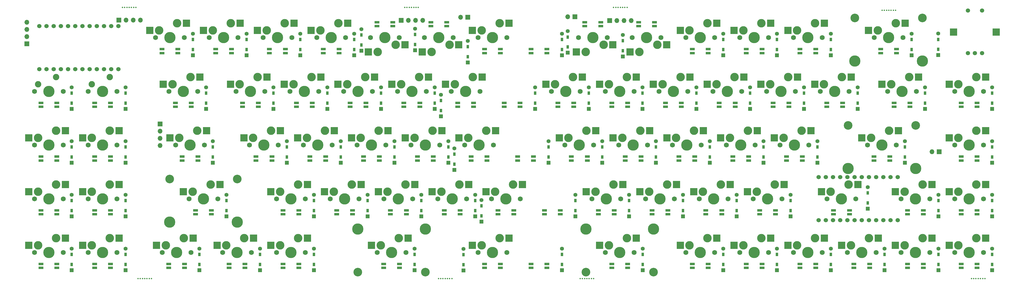
<source format=gbs>
%TF.GenerationSoftware,KiCad,Pcbnew,8.0.8*%
%TF.CreationDate,2025-04-15T18:10:27+09:00*%
%TF.ProjectId,sswkbd_wiring,7373776b-6264-45f7-9769-72696e672e6b,rev?*%
%TF.SameCoordinates,Original*%
%TF.FileFunction,Soldermask,Bot*%
%TF.FilePolarity,Negative*%
%FSLAX46Y46*%
G04 Gerber Fmt 4.6, Leading zero omitted, Abs format (unit mm)*
G04 Created by KiCad (PCBNEW 8.0.8) date 2025-04-15 18:10:27*
%MOMM*%
%LPD*%
G01*
G04 APERTURE LIST*
%ADD10R,1.397000X1.397000*%
%ADD11R,0.950000X1.300000*%
%ADD12C,1.397000*%
%ADD13C,1.750000*%
%ADD14C,3.000000*%
%ADD15C,3.987800*%
%ADD16R,2.550000X2.500000*%
%ADD17C,3.048000*%
%ADD18C,0.500000*%
%ADD19R,1.700000X1.700000*%
%ADD20O,1.700000X1.700000*%
%ADD21C,2.250000*%
%ADD22C,1.524000*%
%ADD23R,1.700000X0.825000*%
%ADD24R,2.500000X2.500000*%
%ADD25C,1.500000*%
G04 APERTURE END LIST*
D10*
%TO.C,D32*%
X366509249Y-98964950D03*
D11*
X366509249Y-96929950D03*
X366509249Y-93379950D03*
D12*
X366509249Y-91344950D03*
%TD*%
D13*
%TO.C,SW13*%
X296333000Y-73760000D03*
D14*
X297603000Y-71220000D03*
D15*
X301413000Y-73760000D03*
D14*
X303953000Y-68680000D03*
D13*
X306493000Y-73760000D03*
D16*
X294328000Y-71220000D03*
X307255000Y-68680000D03*
%TD*%
D10*
%TO.C,D67*%
X86461999Y-156014950D03*
D11*
X86461999Y-153979950D03*
X86461999Y-150429950D03*
D12*
X86461999Y-148394950D03*
%TD*%
D10*
%TO.C,D50*%
X60336999Y-137014950D03*
D11*
X60336999Y-134979950D03*
X60336999Y-131429950D03*
D12*
X60336999Y-129394950D03*
%TD*%
D10*
%TO.C,D73*%
X243034249Y-156014950D03*
D11*
X243034249Y-153979950D03*
X243034249Y-150429950D03*
D12*
X243034249Y-148394950D03*
%TD*%
D10*
%TO.C,D46*%
X304759249Y-117989950D03*
D11*
X304759249Y-115954950D03*
X304759249Y-112404950D03*
D12*
X304759249Y-110369950D03*
%TD*%
D13*
%TO.C,SW6*%
X176071250Y-73760000D03*
D14*
X174801250Y-76300000D03*
D15*
X170991250Y-73760000D03*
D14*
X168451250Y-78840000D03*
D13*
X165911250Y-73760000D03*
D16*
X178076250Y-76300000D03*
X165149250Y-78840000D03*
%TD*%
D10*
%TO.C,D38*%
X155361999Y-117989950D03*
D11*
X155361999Y-115954950D03*
X155361999Y-112404950D03*
D12*
X155361999Y-110369950D03*
%TD*%
D10*
%TO.C,D76*%
X309509249Y-156014950D03*
D11*
X309509249Y-153979950D03*
X309509249Y-150429950D03*
D12*
X309509249Y-148394950D03*
%TD*%
D10*
%TO.C,D74*%
X271509249Y-156014950D03*
D11*
X271509249Y-153979950D03*
X271509249Y-150429950D03*
D12*
X271509249Y-148394950D03*
%TD*%
D10*
%TO.C,D52*%
X126861999Y-137014950D03*
D11*
X126861999Y-134979950D03*
X126861999Y-131429950D03*
D12*
X126861999Y-129394950D03*
%TD*%
D10*
%TO.C,D39*%
X174361999Y-117989950D03*
D11*
X174361999Y-115954950D03*
X174361999Y-112404950D03*
D12*
X174361999Y-110369950D03*
%TD*%
D10*
%TO.C,D15*%
X347491000Y-79958000D03*
D11*
X347491000Y-77923000D03*
X347491000Y-74373000D03*
D12*
X347491000Y-72338000D03*
%TD*%
D10*
%TO.C,D44*%
X266759249Y-117989950D03*
D11*
X266759249Y-115954950D03*
X266759249Y-112404950D03*
D12*
X266759249Y-110369950D03*
%TD*%
D13*
%TO.C,SW50*%
X47160750Y-130760000D03*
D14*
X48430750Y-128220000D03*
D15*
X52240750Y-130760000D03*
D14*
X54780750Y-125680000D03*
D13*
X57320750Y-130760000D03*
D16*
X45155750Y-128220000D03*
X58082750Y-125680000D03*
%TD*%
D13*
%TO.C,SW28*%
X267833000Y-92760000D03*
D14*
X269103000Y-90220000D03*
D15*
X272913000Y-92760000D03*
D14*
X275453000Y-87680000D03*
D13*
X277993000Y-92760000D03*
D16*
X265828000Y-90220000D03*
X278755000Y-87680000D03*
%TD*%
D13*
%TO.C,SW75*%
X277333000Y-149760000D03*
D14*
X278603000Y-147220000D03*
D15*
X282413000Y-149760000D03*
D14*
X284953000Y-144680000D03*
D13*
X287493000Y-149760000D03*
D16*
X275328000Y-147220000D03*
X288255000Y-144680000D03*
%TD*%
D10*
%TO.C,D4*%
X141111999Y-79964950D03*
D11*
X141111999Y-77929950D03*
X141111999Y-74379950D03*
D12*
X141111999Y-72344950D03*
%TD*%
D13*
%TO.C,SW2*%
X89910750Y-73760000D03*
D14*
X91180750Y-71220000D03*
D15*
X94990750Y-73760000D03*
D14*
X97530750Y-68680000D03*
D13*
X100070750Y-73760000D03*
D16*
X87905750Y-71220000D03*
X100832750Y-68680000D03*
%TD*%
D13*
%TO.C,SW22*%
X156410750Y-92760000D03*
D14*
X157680750Y-90220000D03*
D15*
X161490750Y-92760000D03*
D14*
X164030750Y-87680000D03*
D13*
X166570750Y-92760000D03*
D16*
X154405750Y-90220000D03*
X167332750Y-87680000D03*
%TD*%
D10*
%TO.C,D43*%
X247759249Y-117989950D03*
D11*
X247759249Y-115954950D03*
X247759249Y-112404950D03*
D12*
X247759249Y-110369950D03*
%TD*%
D13*
%TO.C,SW53*%
X132660750Y-130760000D03*
D14*
X133930750Y-128220000D03*
D15*
X137740750Y-130760000D03*
D14*
X140280750Y-125680000D03*
D13*
X142820750Y-130760000D03*
D16*
X130655750Y-128220000D03*
X143582750Y-125680000D03*
%TD*%
D13*
%TO.C,SW66*%
X47160750Y-149760000D03*
D14*
X48430750Y-147220000D03*
D15*
X52240750Y-149760000D03*
D14*
X54780750Y-144680000D03*
D13*
X57320750Y-149760000D03*
D16*
X45155750Y-147220000D03*
X58082750Y-144680000D03*
%TD*%
D10*
%TO.C,D41*%
X209759249Y-117989950D03*
D11*
X209759249Y-115954950D03*
X209759249Y-112404950D03*
D12*
X209759249Y-110369950D03*
%TD*%
D10*
%TO.C,D1*%
X84111999Y-79964950D03*
D11*
X84111999Y-77929950D03*
X84111999Y-74379950D03*
D12*
X84111999Y-72344950D03*
%TD*%
D13*
%TO.C,SW18*%
X75660750Y-92760000D03*
D14*
X76930750Y-90220000D03*
D15*
X80740750Y-92760000D03*
D14*
X83280750Y-87680000D03*
D13*
X85820750Y-92760000D03*
D16*
X73655750Y-90220000D03*
X86582750Y-87680000D03*
%TD*%
D13*
%TO.C,SW26*%
X229833000Y-92760000D03*
D14*
X231103000Y-90220000D03*
D15*
X234913000Y-92760000D03*
D14*
X237453000Y-87680000D03*
D13*
X239993000Y-92760000D03*
D16*
X227828000Y-90220000D03*
X240755000Y-87680000D03*
%TD*%
D10*
%TO.C,D11*%
X271509249Y-79964950D03*
D11*
X271509249Y-77929950D03*
X271509249Y-74379950D03*
D12*
X271509249Y-72344950D03*
%TD*%
D13*
%TO.C,SW29*%
X286833000Y-92760000D03*
D14*
X288103000Y-90220000D03*
D15*
X291913000Y-92760000D03*
D14*
X294453000Y-87680000D03*
D13*
X296993000Y-92760000D03*
D16*
X284828000Y-90220000D03*
X297755000Y-87680000D03*
%TD*%
D10*
%TO.C,D51*%
X95961999Y-137014950D03*
D11*
X95961999Y-134979950D03*
X95961999Y-131429950D03*
D12*
X95961999Y-129394950D03*
%TD*%
D13*
%TO.C,SW67*%
X73285750Y-149760000D03*
D14*
X74555750Y-147220000D03*
D15*
X78365750Y-149760000D03*
D14*
X80905750Y-144680000D03*
D13*
X83445750Y-149760000D03*
D16*
X71280750Y-147220000D03*
X84207750Y-144680000D03*
%TD*%
D13*
%TO.C,SW77*%
X315333000Y-149760000D03*
D14*
X316603000Y-147220000D03*
D15*
X320413000Y-149760000D03*
D14*
X322953000Y-144680000D03*
D13*
X325493000Y-149760000D03*
D16*
X313328000Y-147220000D03*
X326255000Y-144680000D03*
%TD*%
D15*
%TO.C,SW73*%
X223000000Y-141505000D03*
D17*
X223000000Y-156745000D03*
D13*
X229858000Y-149760000D03*
D14*
X231128000Y-147220000D03*
D15*
X234938000Y-149760000D03*
D14*
X237478000Y-144680000D03*
D13*
X240018000Y-149760000D03*
D15*
X246876000Y-141505000D03*
D17*
X246876000Y-156745000D03*
D16*
X227853000Y-147220000D03*
X240780000Y-144680000D03*
%TD*%
D13*
%TO.C,SW43*%
X234583000Y-111760000D03*
D14*
X235853000Y-109220000D03*
D15*
X239663000Y-111760000D03*
D14*
X242203000Y-106680000D03*
D13*
X244743000Y-111760000D03*
D16*
X232578000Y-109220000D03*
X245505000Y-106680000D03*
%TD*%
D10*
%TO.C,D59*%
X257259249Y-137014950D03*
D11*
X257259249Y-134979950D03*
X257259249Y-131429950D03*
D12*
X257259249Y-129394950D03*
%TD*%
D10*
%TO.C,D9*%
X216600000Y-79110000D03*
D11*
X216600000Y-77075000D03*
X216600000Y-73525000D03*
D12*
X216600000Y-71490000D03*
%TD*%
D10*
%TO.C,D3*%
X122111999Y-79964950D03*
D11*
X122111999Y-77929950D03*
X122111999Y-74379950D03*
D12*
X122111999Y-72344950D03*
%TD*%
D18*
%TO.C,BT1*%
X69505796Y-158960000D03*
X68714129Y-158960000D03*
X67922463Y-158960000D03*
X67130796Y-158960000D03*
X66339129Y-158960000D03*
X65547463Y-158960000D03*
X64755796Y-158960000D03*
%TD*%
D15*
%TO.C,SW70*%
X142402750Y-141505000D03*
D17*
X142402750Y-156745000D03*
D13*
X149260750Y-149760000D03*
D14*
X150530750Y-147220000D03*
D15*
X154340750Y-149760000D03*
D14*
X156880750Y-144680000D03*
D13*
X159420750Y-149760000D03*
D15*
X166278750Y-141505000D03*
D17*
X166278750Y-156745000D03*
D16*
X147255750Y-147220000D03*
X160182750Y-144680000D03*
%TD*%
D13*
%TO.C,SW68*%
X94660750Y-149760000D03*
D14*
X95930750Y-147220000D03*
D15*
X99740750Y-149760000D03*
D14*
X102280750Y-144680000D03*
D13*
X104820750Y-149760000D03*
D16*
X92655750Y-147220000D03*
X105582750Y-144680000D03*
%TD*%
D10*
%TO.C,D42*%
X228759249Y-117989950D03*
D11*
X228759249Y-115954950D03*
X228759249Y-112404950D03*
D12*
X228759249Y-110369950D03*
%TD*%
D13*
%TO.C,SW23*%
X175410750Y-92760000D03*
D14*
X176680750Y-90220000D03*
D15*
X180490750Y-92760000D03*
D14*
X183030750Y-87680000D03*
D13*
X185570750Y-92760000D03*
D16*
X173405750Y-90220000D03*
X186332750Y-87680000D03*
%TD*%
D13*
%TO.C,SW76*%
X296333000Y-149760000D03*
D14*
X297603000Y-147220000D03*
D15*
X301413000Y-149760000D03*
D14*
X303953000Y-144680000D03*
D13*
X306493000Y-149760000D03*
D16*
X294328000Y-147220000D03*
X307255000Y-144680000D03*
%TD*%
D10*
%TO.C,D64*%
X366509249Y-137014950D03*
D11*
X366509249Y-134979950D03*
X366509249Y-131429950D03*
D12*
X366509249Y-129394950D03*
%TD*%
D10*
%TO.C,D23*%
X171795000Y-101590000D03*
D11*
X171795000Y-99555000D03*
X171795000Y-96005000D03*
D12*
X171795000Y-93970000D03*
%TD*%
D10*
%TO.C,D33*%
X41336999Y-117989950D03*
D11*
X41336999Y-115954950D03*
X41336999Y-112404950D03*
D12*
X41336999Y-110369950D03*
%TD*%
D18*
%TO.C,BT1*%
X363956796Y-158960000D03*
X363165129Y-158960000D03*
X362373463Y-158960000D03*
X361581796Y-158960000D03*
X360790129Y-158960000D03*
X359998463Y-158960000D03*
X359206796Y-158960000D03*
%TD*%
D19*
%TO.C,J4*%
X347775000Y-114100000D03*
D20*
X345235000Y-114100000D03*
%TD*%
D13*
%TO.C,SW10*%
X249493000Y-73760000D03*
D14*
X248223000Y-76300000D03*
D15*
X244413000Y-73760000D03*
D14*
X241873000Y-78840000D03*
D13*
X239333000Y-73760000D03*
D16*
X251498000Y-76300000D03*
X238571000Y-78840000D03*
%TD*%
D13*
%TO.C,SW79*%
X353333000Y-149760000D03*
D14*
X354603000Y-147220000D03*
D15*
X358413000Y-149760000D03*
D14*
X360953000Y-144680000D03*
D13*
X363493000Y-149760000D03*
D16*
X351328000Y-147220000D03*
X364255000Y-144680000D03*
%TD*%
D13*
%TO.C,SW78*%
X334333000Y-149760000D03*
D14*
X335603000Y-147220000D03*
D15*
X339413000Y-149760000D03*
D14*
X341953000Y-144680000D03*
D13*
X344493000Y-149760000D03*
D16*
X332328000Y-147220000D03*
X345255000Y-144680000D03*
%TD*%
D10*
%TO.C,D8*%
X214509249Y-79964950D03*
D11*
X214509249Y-77929950D03*
X214509249Y-74379950D03*
D12*
X214509249Y-72344950D03*
%TD*%
D10*
%TO.C,D45*%
X285759249Y-117989950D03*
D11*
X285759249Y-115954950D03*
X285759249Y-112404950D03*
D12*
X285759249Y-110369950D03*
%TD*%
D10*
%TO.C,D65*%
X41336999Y-156014950D03*
D11*
X41336999Y-153979950D03*
X41336999Y-150429950D03*
D12*
X41336999Y-148394950D03*
%TD*%
D10*
%TO.C,D70*%
X162461999Y-156014950D03*
D11*
X162461999Y-153979950D03*
X162461999Y-150429950D03*
D12*
X162461999Y-148394950D03*
%TD*%
D13*
%TO.C,SW16*%
X28160750Y-92760000D03*
D15*
X33240750Y-92760000D03*
D13*
X38320750Y-92760000D03*
D21*
X29430750Y-90220000D03*
X35780750Y-87680000D03*
%TD*%
D10*
%TO.C,D24*%
X205009249Y-98964950D03*
D11*
X205009249Y-96929950D03*
X205009249Y-93379950D03*
D12*
X205009249Y-91344950D03*
%TD*%
D13*
%TO.C,SW65*%
X28160750Y-149760000D03*
D14*
X29430750Y-147220000D03*
D15*
X33240750Y-149760000D03*
D14*
X35780750Y-144680000D03*
D13*
X38320750Y-149760000D03*
D16*
X26155750Y-147220000D03*
X39082750Y-144680000D03*
%TD*%
D13*
%TO.C,SW58*%
X225083000Y-130760000D03*
D14*
X226353000Y-128220000D03*
D15*
X230163000Y-130760000D03*
D14*
X232703000Y-125680000D03*
D13*
X235243000Y-130760000D03*
D16*
X223078000Y-128220000D03*
X236005000Y-125680000D03*
%TD*%
D10*
%TO.C,D26*%
X243009249Y-98964950D03*
D11*
X243009249Y-96929950D03*
X243009249Y-93379950D03*
D12*
X243009249Y-91344950D03*
%TD*%
D19*
%TO.C,RST*%
X181275000Y-66500000D03*
D20*
X178735000Y-66500000D03*
%TD*%
D18*
%TO.C,BT1*%
X327634404Y-64100000D03*
X328426071Y-64100000D03*
X329217737Y-64100000D03*
X330009404Y-64100000D03*
X330801071Y-64100000D03*
X331592737Y-64100000D03*
X332384404Y-64100000D03*
%TD*%
D10*
%TO.C,D6*%
X162600000Y-78210000D03*
D11*
X162600000Y-76175000D03*
X162600000Y-72625000D03*
D12*
X162600000Y-70590000D03*
%TD*%
D10*
%TO.C,D14*%
X338034249Y-79964950D03*
D11*
X338034249Y-77929950D03*
X338034249Y-74379950D03*
D12*
X338034249Y-72344950D03*
%TD*%
D10*
%TO.C,D12*%
X290509249Y-79964950D03*
D11*
X290509249Y-77929950D03*
X290509249Y-74379950D03*
D12*
X290509249Y-72344950D03*
%TD*%
D13*
%TO.C,SW59*%
X244083000Y-130760000D03*
D14*
X245353000Y-128220000D03*
D15*
X249163000Y-130760000D03*
D14*
X251703000Y-125680000D03*
D13*
X254243000Y-130760000D03*
D16*
X242078000Y-128220000D03*
X255005000Y-125680000D03*
%TD*%
D13*
%TO.C,SW64*%
X353333000Y-130760000D03*
D14*
X354603000Y-128220000D03*
D15*
X358413000Y-130760000D03*
D14*
X360953000Y-125680000D03*
D13*
X363493000Y-130760000D03*
D16*
X351328000Y-128220000D03*
X364255000Y-125680000D03*
%TD*%
D17*
%TO.C,SW14*%
X317975000Y-66775000D03*
D15*
X317975000Y-82015000D03*
D13*
X324833000Y-73760000D03*
D14*
X326103000Y-71220000D03*
D15*
X329913000Y-73760000D03*
D14*
X332453000Y-68680000D03*
D13*
X334993000Y-73760000D03*
D17*
X341851000Y-66775000D03*
D15*
X341851000Y-82015000D03*
D16*
X322828000Y-71220000D03*
X335755000Y-68680000D03*
%TD*%
D19*
%TO.C,USB_PRO_MICRO1*%
X72567800Y-104267000D03*
D20*
X72567800Y-106807000D03*
X72567800Y-109347000D03*
X72567800Y-111887000D03*
%TD*%
D13*
%TO.C,SW63*%
X334333000Y-130760000D03*
D14*
X335603000Y-128220000D03*
D15*
X339413000Y-130760000D03*
D14*
X341953000Y-125680000D03*
D13*
X344493000Y-130760000D03*
D16*
X332328000Y-128220000D03*
X345255000Y-125680000D03*
%TD*%
D10*
%TO.C,D36*%
X117361999Y-117989950D03*
D11*
X117361999Y-115954950D03*
X117361999Y-112404950D03*
D12*
X117361999Y-110369950D03*
%TD*%
D10*
%TO.C,D29*%
X300009249Y-98964950D03*
D11*
X300009249Y-96929950D03*
X300009249Y-93379950D03*
D12*
X300009249Y-91344950D03*
%TD*%
D13*
%TO.C,SW38*%
X142160750Y-111760000D03*
D14*
X143430750Y-109220000D03*
D15*
X147240750Y-111760000D03*
D14*
X149780750Y-106680000D03*
D13*
X152320750Y-111760000D03*
D16*
X140155750Y-109220000D03*
X153082750Y-106680000D03*
%TD*%
D13*
%TO.C,SW69*%
X113660750Y-149760000D03*
D14*
X114930750Y-147220000D03*
D15*
X118740750Y-149760000D03*
D14*
X121280750Y-144680000D03*
D13*
X123820750Y-149760000D03*
D16*
X111655750Y-147220000D03*
X124582750Y-144680000D03*
%TD*%
D10*
%TO.C,D69*%
X126861999Y-156014950D03*
D11*
X126861999Y-153979950D03*
X126861999Y-150429950D03*
D12*
X126861999Y-148394950D03*
%TD*%
D13*
%TO.C,SW60*%
X263083000Y-130760000D03*
D14*
X264353000Y-128220000D03*
D15*
X268163000Y-130760000D03*
D14*
X270703000Y-125680000D03*
D13*
X273243000Y-130760000D03*
D16*
X261078000Y-128220000D03*
X274005000Y-125680000D03*
%TD*%
D13*
%TO.C,SW9*%
X230493000Y-73760000D03*
D14*
X229223000Y-76300000D03*
D15*
X225413000Y-73760000D03*
D14*
X222873000Y-78840000D03*
D13*
X220333000Y-73760000D03*
D16*
X232498000Y-76300000D03*
X219571000Y-78840000D03*
%TD*%
D17*
%TO.C,SW51*%
X75927750Y-123775000D03*
D15*
X75927750Y-139015000D03*
D13*
X82785750Y-130760000D03*
D14*
X84055750Y-128220000D03*
D15*
X87865750Y-130760000D03*
D14*
X90405750Y-125680000D03*
D13*
X92945750Y-130760000D03*
D17*
X99803750Y-123775000D03*
D15*
X99803750Y-139015000D03*
D16*
X80780750Y-128220000D03*
X93707750Y-125680000D03*
%TD*%
D10*
%TO.C,D20*%
X131611999Y-98964950D03*
D11*
X131611999Y-96929950D03*
X131611999Y-93379950D03*
D12*
X131611999Y-91344950D03*
%TD*%
D13*
%TO.C,SW12*%
X277333000Y-73760000D03*
D14*
X278603000Y-71220000D03*
D15*
X282413000Y-73760000D03*
D14*
X284953000Y-68680000D03*
D13*
X287493000Y-73760000D03*
D16*
X275328000Y-71220000D03*
X288255000Y-68680000D03*
%TD*%
D13*
%TO.C,SW49*%
X28160750Y-130760000D03*
D14*
X29430750Y-128220000D03*
D15*
X33240750Y-130760000D03*
D14*
X35780750Y-125680000D03*
D13*
X38320750Y-130760000D03*
D16*
X26155750Y-128220000D03*
X39082750Y-125680000D03*
%TD*%
D10*
%TO.C,D47*%
X335659249Y-117989950D03*
D11*
X335659249Y-115954950D03*
X335659249Y-112404950D03*
D12*
X335659249Y-110369950D03*
%TD*%
D13*
%TO.C,SW27*%
X248833000Y-92760000D03*
D14*
X250103000Y-90220000D03*
D15*
X253913000Y-92760000D03*
D14*
X256453000Y-87680000D03*
D13*
X258993000Y-92760000D03*
D16*
X246828000Y-90220000D03*
X259755000Y-87680000D03*
%TD*%
D13*
%TO.C,SW56*%
X189660750Y-130760000D03*
D14*
X190930750Y-128220000D03*
D15*
X194740750Y-130760000D03*
D14*
X197280750Y-125680000D03*
D13*
X199820750Y-130760000D03*
D16*
X187655750Y-128220000D03*
X200582750Y-125680000D03*
%TD*%
D10*
%TO.C,D62*%
X322550000Y-134260000D03*
D11*
X322550000Y-132225000D03*
X322550000Y-128675000D03*
D12*
X322550000Y-126640000D03*
%TD*%
D13*
%TO.C,SW7*%
X184910750Y-73760000D03*
D14*
X186180750Y-71220000D03*
D15*
X189990750Y-73760000D03*
D14*
X192530750Y-68680000D03*
D13*
X195070750Y-73760000D03*
D16*
X182905750Y-71220000D03*
X195832750Y-68680000D03*
%TD*%
D10*
%TO.C,D48*%
X366509249Y-117989950D03*
D11*
X366509249Y-115954950D03*
X366509249Y-112404950D03*
D12*
X366509249Y-110369950D03*
%TD*%
D13*
%TO.C,SW39*%
X161160750Y-111760000D03*
D14*
X162430750Y-109220000D03*
D15*
X166240750Y-111760000D03*
D14*
X168780750Y-106680000D03*
D13*
X171320750Y-111760000D03*
D16*
X159155750Y-109220000D03*
X172082750Y-106680000D03*
%TD*%
D13*
%TO.C,SW4*%
X127910750Y-73760000D03*
D14*
X129180750Y-71220000D03*
D15*
X132990750Y-73760000D03*
D14*
X135530750Y-68680000D03*
D13*
X138070750Y-73760000D03*
D16*
X125905750Y-71220000D03*
X138832750Y-68680000D03*
%TD*%
D10*
%TO.C,D22*%
X169611999Y-98964950D03*
D11*
X169611999Y-96929950D03*
X169611999Y-93379950D03*
D12*
X169611999Y-91344950D03*
%TD*%
D10*
%TO.C,D16*%
X41336999Y-98964950D03*
D11*
X41336999Y-96929950D03*
X41336999Y-93379950D03*
D12*
X41336999Y-91344950D03*
%TD*%
D17*
%TO.C,SW47*%
X315600000Y-104775000D03*
D15*
X315600000Y-120015000D03*
D13*
X322458000Y-111760000D03*
D14*
X323728000Y-109220000D03*
D15*
X327538000Y-111760000D03*
D14*
X330078000Y-106680000D03*
D13*
X332618000Y-111760000D03*
D17*
X339476000Y-104775000D03*
D15*
X339476000Y-120015000D03*
D16*
X320453000Y-109220000D03*
X333380000Y-106680000D03*
%TD*%
D18*
%TO.C,BT1*%
X175641196Y-158960000D03*
X174849529Y-158960000D03*
X174057863Y-158960000D03*
X173266196Y-158960000D03*
X172474529Y-158960000D03*
X171682863Y-158960000D03*
X170891196Y-158960000D03*
%TD*%
D13*
%TO.C,SW17*%
X47160750Y-92760000D03*
D15*
X52240750Y-92760000D03*
D13*
X57320750Y-92760000D03*
D21*
X48430750Y-90220000D03*
X54780750Y-87680000D03*
%TD*%
D10*
%TO.C,D49*%
X41336999Y-137014950D03*
D11*
X41336999Y-134979950D03*
X41336999Y-131429950D03*
D12*
X41336999Y-129394950D03*
%TD*%
D10*
%TO.C,D25*%
X224009249Y-98964950D03*
D11*
X224009249Y-96929950D03*
X224009249Y-93379950D03*
D12*
X224009249Y-91344950D03*
%TD*%
D10*
%TO.C,D53*%
X145861999Y-137014950D03*
D11*
X145861999Y-134979950D03*
X145861999Y-131429950D03*
D12*
X145861999Y-129394950D03*
%TD*%
D10*
%TO.C,D28*%
X281009249Y-98964950D03*
D11*
X281009249Y-96929950D03*
X281009249Y-93379950D03*
D12*
X281009249Y-91344950D03*
%TD*%
D18*
%TO.C,BT1*%
X225704596Y-158960000D03*
X224912929Y-158960000D03*
X224121263Y-158960000D03*
X223329596Y-158960000D03*
X222537929Y-158960000D03*
X221746263Y-158960000D03*
X220954596Y-158960000D03*
%TD*%
D10*
%TO.C,D7*%
X181255000Y-82565000D03*
D11*
X181255000Y-80530000D03*
X181255000Y-76980000D03*
D12*
X181255000Y-74945000D03*
%TD*%
D10*
%TO.C,D61*%
X295259249Y-137014950D03*
D11*
X295259249Y-134979950D03*
X295259249Y-131429950D03*
D12*
X295259249Y-129394950D03*
%TD*%
D10*
%TO.C,D37*%
X136361999Y-117989950D03*
D11*
X136361999Y-115954950D03*
X136361999Y-112404950D03*
D12*
X136361999Y-110369950D03*
%TD*%
D13*
%TO.C,SW19*%
X99410750Y-92760000D03*
D14*
X100680750Y-90220000D03*
D15*
X104490750Y-92760000D03*
D14*
X107030750Y-87680000D03*
D13*
X109570750Y-92760000D03*
D16*
X97405750Y-90220000D03*
X110332750Y-87680000D03*
%TD*%
D19*
%TO.C,USB_SPLIT_R*%
X231340000Y-67700000D03*
D20*
X233880000Y-67700000D03*
X236420000Y-67700000D03*
X238960000Y-67700000D03*
%TD*%
D10*
%TO.C,D77*%
X328509249Y-156014950D03*
D11*
X328509249Y-153979950D03*
X328509249Y-150429950D03*
D12*
X328509249Y-148394950D03*
%TD*%
D22*
%TO.C,U2*%
X305200000Y-123090000D03*
X307740000Y-123090000D03*
X310280000Y-123090000D03*
X312820000Y-123090000D03*
X315360000Y-123090000D03*
X317900000Y-123090000D03*
X320440000Y-123090000D03*
X322980000Y-123090000D03*
X325520000Y-123090000D03*
X328060000Y-123090000D03*
X330600000Y-123090000D03*
X333140000Y-123090000D03*
X333140000Y-138310000D03*
X330600000Y-138310000D03*
X328060000Y-138310000D03*
X325520000Y-138310000D03*
X322980000Y-138310000D03*
X320440000Y-138310000D03*
X317900000Y-138310000D03*
X315360000Y-138310000D03*
X312820000Y-138310000D03*
X310280000Y-138310000D03*
X307740000Y-138310000D03*
X305200000Y-138310000D03*
%TD*%
D10*
%TO.C,D10*%
X236000000Y-80410000D03*
D11*
X236000000Y-78375000D03*
X236000000Y-74825000D03*
D12*
X236000000Y-72790000D03*
%TD*%
D10*
%TO.C,D57*%
X219259249Y-137014950D03*
D11*
X219259249Y-134979950D03*
X219259249Y-131429950D03*
D12*
X219259249Y-129394950D03*
%TD*%
D13*
%TO.C,SW36*%
X104160750Y-111760000D03*
D14*
X105430750Y-109220000D03*
D15*
X109240750Y-111760000D03*
D14*
X111780750Y-106680000D03*
D13*
X114320750Y-111760000D03*
D16*
X102155750Y-109220000D03*
X115082750Y-106680000D03*
%TD*%
D19*
%TO.C,USB_main1*%
X58017750Y-67535000D03*
D20*
X60557750Y-67535000D03*
X63097750Y-67535000D03*
X65637750Y-67535000D03*
%TD*%
D13*
%TO.C,SW55*%
X170660750Y-130760000D03*
D14*
X171930750Y-128220000D03*
D15*
X175740750Y-130760000D03*
D14*
X178280750Y-125680000D03*
D13*
X180820750Y-130760000D03*
D16*
X168655750Y-128220000D03*
X181582750Y-125680000D03*
%TD*%
D10*
%TO.C,D75*%
X290509249Y-156014950D03*
D11*
X290509249Y-153979950D03*
X290509249Y-150429950D03*
D12*
X290509249Y-148394950D03*
%TD*%
D10*
%TO.C,D56*%
X186040000Y-138830000D03*
D11*
X186040000Y-136795000D03*
X186040000Y-133245000D03*
D12*
X186040000Y-131210000D03*
%TD*%
D13*
%TO.C,SW62*%
X308208000Y-130760000D03*
D14*
X309478000Y-128220000D03*
D15*
X313288000Y-130760000D03*
D14*
X315828000Y-125680000D03*
D13*
X318368000Y-130760000D03*
D16*
X306203000Y-128220000D03*
X319130000Y-125680000D03*
%TD*%
D13*
%TO.C,SW31*%
X329583000Y-92760000D03*
D14*
X330853000Y-90220000D03*
D15*
X334663000Y-92760000D03*
D14*
X337203000Y-87680000D03*
D13*
X339743000Y-92760000D03*
D16*
X327578000Y-90220000D03*
X340505000Y-87680000D03*
%TD*%
D19*
%TO.C,USB_SPLIT_L*%
X157706250Y-67635000D03*
D20*
X160246250Y-67635000D03*
X162786250Y-67635000D03*
X165326250Y-67635000D03*
%TD*%
D19*
%TO.C,OLED*%
X25450750Y-75962370D03*
D20*
X25450750Y-73422370D03*
X25450750Y-70882370D03*
X25450750Y-68342370D03*
%TD*%
D10*
%TO.C,D60*%
X276259249Y-137014950D03*
D11*
X276259249Y-134979950D03*
X276259249Y-131429950D03*
D12*
X276259249Y-129394950D03*
%TD*%
D10*
%TO.C,D5*%
X143637000Y-78356000D03*
D11*
X143637000Y-76321000D03*
X143637000Y-72771000D03*
D12*
X143637000Y-70736000D03*
%TD*%
D13*
%TO.C,SW61*%
X282083000Y-130760000D03*
D14*
X283353000Y-128220000D03*
D15*
X287163000Y-130760000D03*
D14*
X289703000Y-125680000D03*
D13*
X292243000Y-130760000D03*
D16*
X280078000Y-128220000D03*
X293005000Y-125680000D03*
%TD*%
D10*
%TO.C,D35*%
X91211999Y-117989950D03*
D11*
X91211999Y-115954950D03*
X91211999Y-112404950D03*
D12*
X91211999Y-110369950D03*
%TD*%
D13*
%TO.C,SW48*%
X353333000Y-111760000D03*
D14*
X354603000Y-109220000D03*
D15*
X358413000Y-111760000D03*
D14*
X360953000Y-106680000D03*
D13*
X363493000Y-111760000D03*
D16*
X351328000Y-109220000D03*
X364255000Y-106680000D03*
%TD*%
D10*
%TO.C,D21*%
X150611999Y-98964950D03*
D11*
X150611999Y-96929950D03*
X150611999Y-93379950D03*
D12*
X150611999Y-91344950D03*
%TD*%
D13*
%TO.C,SW5*%
X157071250Y-73760000D03*
D14*
X155801250Y-76300000D03*
D15*
X151991250Y-73760000D03*
D14*
X149451250Y-78840000D03*
D13*
X146911250Y-73760000D03*
D16*
X159076250Y-76300000D03*
X146149250Y-78840000D03*
%TD*%
D10*
%TO.C,D13*%
X309509249Y-79964950D03*
D11*
X309509249Y-77929950D03*
X309509249Y-74379950D03*
D12*
X309509249Y-72344950D03*
%TD*%
D13*
%TO.C,SW52*%
X113660750Y-130760000D03*
D14*
X114930750Y-128220000D03*
D15*
X118740750Y-130760000D03*
D14*
X121280750Y-125680000D03*
D13*
X123820750Y-130760000D03*
D16*
X111655750Y-128220000D03*
X124582750Y-125680000D03*
%TD*%
D10*
%TO.C,D18*%
X88836999Y-98964950D03*
D11*
X88836999Y-96929950D03*
X88836999Y-93379950D03*
D12*
X88836999Y-91344950D03*
%TD*%
D13*
%TO.C,SW54*%
X151660750Y-130760000D03*
D14*
X152930750Y-128220000D03*
D15*
X156740750Y-130760000D03*
D14*
X159280750Y-125680000D03*
D13*
X161820750Y-130760000D03*
D16*
X149655750Y-128220000D03*
X162582750Y-125680000D03*
%TD*%
D13*
%TO.C,SW33*%
X28160750Y-111760000D03*
D14*
X29430750Y-109220000D03*
D15*
X33240750Y-111760000D03*
D14*
X35780750Y-106680000D03*
D13*
X38320750Y-111760000D03*
D16*
X26155750Y-109220000D03*
X39082750Y-106680000D03*
%TD*%
D10*
%TO.C,D27*%
X262009249Y-98964950D03*
D11*
X262009249Y-96929950D03*
X262009249Y-93379950D03*
D12*
X262009249Y-91344950D03*
%TD*%
D13*
%TO.C,SW37*%
X123160750Y-111760000D03*
D14*
X124430750Y-109220000D03*
D15*
X128240750Y-111760000D03*
D14*
X130780750Y-106680000D03*
D13*
X133320750Y-111760000D03*
D16*
X121155750Y-109220000D03*
X134082750Y-106680000D03*
%TD*%
D13*
%TO.C,SW1*%
X70910750Y-73760000D03*
D14*
X72180750Y-71220000D03*
D15*
X75990750Y-73760000D03*
D14*
X78530750Y-68680000D03*
D13*
X81070750Y-73760000D03*
D16*
X68905750Y-71220000D03*
X81832750Y-68680000D03*
%TD*%
D10*
%TO.C,D55*%
X183861999Y-137014950D03*
D11*
X183861999Y-134979950D03*
X183861999Y-131429950D03*
D12*
X183861999Y-129394950D03*
%TD*%
D13*
%TO.C,SW30*%
X305833000Y-92760000D03*
D14*
X307103000Y-90220000D03*
D15*
X310913000Y-92760000D03*
D14*
X313453000Y-87680000D03*
D13*
X315993000Y-92760000D03*
D16*
X303828000Y-90220000D03*
X316755000Y-87680000D03*
%TD*%
D10*
%TO.C,D54*%
X164861999Y-137014950D03*
D11*
X164861999Y-134979950D03*
X164861999Y-131429950D03*
D12*
X164861999Y-129394950D03*
%TD*%
D13*
%TO.C,SW32*%
X353333000Y-92760000D03*
D14*
X354603000Y-90220000D03*
D15*
X358413000Y-92760000D03*
D14*
X360953000Y-87680000D03*
D13*
X363493000Y-92760000D03*
D16*
X351328000Y-90220000D03*
X364255000Y-87680000D03*
%TD*%
D18*
%TO.C,BT1*%
X158997004Y-63100000D03*
X159788671Y-63100000D03*
X160580337Y-63100000D03*
X161372004Y-63100000D03*
X162163671Y-63100000D03*
X162955337Y-63100000D03*
X163747004Y-63100000D03*
%TD*%
D13*
%TO.C,SW71*%
X184910750Y-149760000D03*
D14*
X186180750Y-147220000D03*
D15*
X189990750Y-149760000D03*
D14*
X192530750Y-144680000D03*
D13*
X195070750Y-149760000D03*
D16*
X182905750Y-147220000D03*
X195832750Y-144680000D03*
%TD*%
D13*
%TO.C,SW11*%
X258333000Y-73760000D03*
D14*
X259603000Y-71220000D03*
D15*
X263413000Y-73760000D03*
D14*
X265953000Y-68680000D03*
D13*
X268493000Y-73760000D03*
D16*
X256328000Y-71220000D03*
X269255000Y-68680000D03*
%TD*%
D13*
%TO.C,SW21*%
X137410750Y-92760000D03*
D14*
X138680750Y-90220000D03*
D15*
X142490750Y-92760000D03*
D14*
X145030750Y-87680000D03*
D13*
X147570750Y-92760000D03*
D16*
X135405750Y-90220000D03*
X148332750Y-87680000D03*
%TD*%
D10*
%TO.C,D2*%
X103111999Y-79964950D03*
D11*
X103111999Y-77929950D03*
X103111999Y-74379950D03*
D12*
X103111999Y-72344950D03*
%TD*%
D13*
%TO.C,SW25*%
X210833000Y-92760000D03*
D14*
X212103000Y-90220000D03*
D15*
X215913000Y-92760000D03*
D14*
X218453000Y-87680000D03*
D13*
X220993000Y-92760000D03*
D16*
X208828000Y-90220000D03*
X221755000Y-87680000D03*
%TD*%
D10*
%TO.C,D79*%
X366509249Y-156014950D03*
D11*
X366509249Y-153979950D03*
X366509249Y-150429950D03*
D12*
X366509249Y-148394950D03*
%TD*%
D13*
%TO.C,SW40*%
X180160750Y-111760000D03*
D14*
X181430750Y-109220000D03*
D15*
X185240750Y-111760000D03*
D14*
X187780750Y-106680000D03*
D13*
X190320750Y-111760000D03*
D16*
X178155750Y-109220000D03*
X191082750Y-106680000D03*
%TD*%
D19*
%TO.C,RST*%
X219075000Y-66400000D03*
D20*
X216535000Y-66400000D03*
%TD*%
D10*
%TO.C,D78*%
X347509249Y-156014950D03*
D11*
X347509249Y-153979950D03*
X347509249Y-150429950D03*
D12*
X347509249Y-148394950D03*
%TD*%
D13*
%TO.C,SW20*%
X118410750Y-92760000D03*
D14*
X119680750Y-90220000D03*
D15*
X123490750Y-92760000D03*
D14*
X126030750Y-87680000D03*
D13*
X128570750Y-92760000D03*
D16*
X116405750Y-90220000D03*
X129332750Y-87680000D03*
%TD*%
D13*
%TO.C,SW35*%
X78035750Y-111760000D03*
D14*
X79305750Y-109220000D03*
D15*
X83115750Y-111760000D03*
D14*
X85655750Y-106680000D03*
D13*
X88195750Y-111760000D03*
D16*
X76030750Y-109220000D03*
X88957750Y-106680000D03*
%TD*%
D22*
%TO.C,U1*%
X57847000Y-84908600D03*
X55307000Y-84908600D03*
X52767000Y-84908600D03*
X50227000Y-84908600D03*
X47687000Y-84908600D03*
X45147000Y-84908600D03*
X42607000Y-84908600D03*
X40067000Y-84908600D03*
X37527000Y-84908600D03*
X34987000Y-84908600D03*
X32447000Y-84908600D03*
X29907000Y-84908600D03*
X29907000Y-69688600D03*
X32447000Y-69688600D03*
X34987000Y-69688600D03*
X37527000Y-69688600D03*
X40067000Y-69688600D03*
X42607000Y-69688600D03*
X45147000Y-69688600D03*
X47687000Y-69688600D03*
X50227000Y-69688600D03*
X52767000Y-69688600D03*
X55307000Y-69688600D03*
X57847000Y-69688600D03*
%TD*%
D18*
%TO.C,BT1*%
X59247004Y-63100000D03*
X60038671Y-63100000D03*
X60830337Y-63100000D03*
X61622004Y-63100000D03*
X62413671Y-63100000D03*
X63205337Y-63100000D03*
X63997004Y-63100000D03*
%TD*%
D13*
%TO.C,SW34*%
X47160750Y-111760000D03*
D14*
X48430750Y-109220000D03*
D15*
X52240750Y-111760000D03*
D14*
X54780750Y-106680000D03*
D13*
X57320750Y-111760000D03*
D16*
X45155750Y-109220000D03*
X58082750Y-106680000D03*
%TD*%
D10*
%TO.C,D34*%
X60336999Y-117989950D03*
D11*
X60336999Y-115954950D03*
X60336999Y-112404950D03*
D12*
X60336999Y-110369950D03*
%TD*%
D10*
%TO.C,D71*%
X179695000Y-156115000D03*
D11*
X179695000Y-154080000D03*
X179695000Y-150530000D03*
D12*
X179695000Y-148495000D03*
%TD*%
D13*
%TO.C,SW44*%
X253583000Y-111760000D03*
D14*
X254853000Y-109220000D03*
D15*
X258663000Y-111760000D03*
D14*
X261203000Y-106680000D03*
D13*
X263743000Y-111760000D03*
D16*
X251578000Y-109220000D03*
X264505000Y-106680000D03*
%TD*%
D10*
%TO.C,D58*%
X238259249Y-137014950D03*
D11*
X238259249Y-134979950D03*
X238259249Y-131429950D03*
D12*
X238259249Y-129394950D03*
%TD*%
D13*
%TO.C,SW74*%
X258333000Y-149760000D03*
D14*
X259603000Y-147220000D03*
D15*
X263413000Y-149760000D03*
D14*
X265953000Y-144680000D03*
D13*
X268493000Y-149760000D03*
D16*
X256328000Y-147220000D03*
X269255000Y-144680000D03*
%TD*%
D13*
%TO.C,SW42*%
X215583000Y-111760000D03*
D14*
X216853000Y-109220000D03*
D15*
X220663000Y-111760000D03*
D14*
X223203000Y-106680000D03*
D13*
X225743000Y-111760000D03*
D16*
X213578000Y-109220000D03*
X226505000Y-106680000D03*
%TD*%
D10*
%TO.C,D31*%
X342784249Y-98964950D03*
D11*
X342784249Y-96929950D03*
X342784249Y-93379950D03*
D12*
X342784249Y-91344950D03*
%TD*%
D13*
%TO.C,SW3*%
X108910750Y-73760000D03*
D14*
X110180750Y-71220000D03*
D15*
X113990750Y-73760000D03*
D14*
X116530750Y-68680000D03*
D13*
X119070750Y-73760000D03*
D16*
X106905750Y-71220000D03*
X119832750Y-68680000D03*
%TD*%
D10*
%TO.C,D68*%
X107861999Y-156014950D03*
D11*
X107861999Y-153979950D03*
X107861999Y-150429950D03*
D12*
X107861999Y-148394950D03*
%TD*%
D10*
%TO.C,D19*%
X112611999Y-98964950D03*
D11*
X112611999Y-96929950D03*
X112611999Y-93379950D03*
D12*
X112611999Y-91344950D03*
%TD*%
D10*
%TO.C,D17*%
X60336999Y-98964950D03*
D11*
X60336999Y-96929950D03*
X60336999Y-93379950D03*
D12*
X60336999Y-91344950D03*
%TD*%
D18*
%TO.C,BT1*%
X232775004Y-63100000D03*
X233566671Y-63100000D03*
X234358337Y-63100000D03*
X235150004Y-63100000D03*
X235941671Y-63100000D03*
X236733337Y-63100000D03*
X237525004Y-63100000D03*
%TD*%
D10*
%TO.C,D72*%
X214509249Y-156014950D03*
D11*
X214509249Y-153979950D03*
X214509249Y-150429950D03*
D12*
X214509249Y-148394950D03*
%TD*%
D13*
%TO.C,SW45*%
X272583000Y-111760000D03*
D14*
X273853000Y-109220000D03*
D15*
X277663000Y-111760000D03*
D14*
X280203000Y-106680000D03*
D13*
X282743000Y-111760000D03*
D16*
X270578000Y-109220000D03*
X283505000Y-106680000D03*
%TD*%
D10*
%TO.C,D30*%
X319009249Y-98964950D03*
D11*
X319009249Y-96929950D03*
X319009249Y-93379950D03*
D12*
X319009249Y-91344950D03*
%TD*%
D10*
%TO.C,D63*%
X347509249Y-137014950D03*
D11*
X347509249Y-134979950D03*
X347509249Y-131429950D03*
D12*
X347509249Y-129394950D03*
%TD*%
D13*
%TO.C,SW46*%
X291583000Y-111760000D03*
D14*
X292853000Y-109220000D03*
D15*
X296663000Y-111760000D03*
D14*
X299203000Y-106680000D03*
D13*
X301743000Y-111760000D03*
D16*
X289578000Y-109220000D03*
X302505000Y-106680000D03*
%TD*%
D10*
%TO.C,D40*%
X176525000Y-120560000D03*
D11*
X176525000Y-118525000D03*
X176525000Y-114975000D03*
D12*
X176525000Y-112940000D03*
%TD*%
D23*
%TO.C,LED77*%
X208363000Y-134822999D03*
X208363000Y-136223000D03*
X213963000Y-136223001D03*
X213963000Y-134823000D03*
%TD*%
%TO.C,LED3*%
X30440750Y-134822999D03*
X30440750Y-136223000D03*
X36040750Y-136223001D03*
X36040750Y-134823000D03*
%TD*%
%TO.C,LED27*%
X144440750Y-115822999D03*
X144440750Y-117223000D03*
X150040750Y-117223001D03*
X150040750Y-115823000D03*
%TD*%
%TO.C,LED70*%
X227363000Y-134822999D03*
X227363000Y-136223000D03*
X232963000Y-136223001D03*
X232963000Y-134823000D03*
%TD*%
%TO.C,LED7*%
X49440750Y-115822999D03*
X49440750Y-117223000D03*
X55040750Y-117223001D03*
X55040750Y-115823000D03*
%TD*%
%TO.C,LED32*%
X172940750Y-134822999D03*
X172940750Y-136223000D03*
X178540750Y-136223001D03*
X178540750Y-134823000D03*
%TD*%
%TO.C,LED38*%
X187190750Y-77822999D03*
X187190750Y-79223000D03*
X192790750Y-79223001D03*
X192790750Y-77823000D03*
%TD*%
%TO.C,LED13*%
X75565750Y-153822999D03*
X75565750Y-155223000D03*
X81165750Y-155223001D03*
X81165750Y-153823000D03*
%TD*%
%TO.C,LED30*%
X158690750Y-96822999D03*
X158690750Y-98223000D03*
X164290750Y-98223001D03*
X164290750Y-96823000D03*
%TD*%
%TO.C,LED28*%
X130190750Y-77822999D03*
X130190750Y-79223000D03*
X135790750Y-79223001D03*
X135790750Y-77823000D03*
%TD*%
%TO.C,LED71*%
X232138000Y-153822999D03*
X232138000Y-155223000D03*
X237738000Y-155223001D03*
X237738000Y-153823000D03*
%TD*%
%TO.C,LED35*%
X177690750Y-96822999D03*
X177690750Y-98223000D03*
X183290750Y-98223001D03*
X183290750Y-96823000D03*
%TD*%
%TO.C,LED29*%
X154791250Y-69697001D03*
X154791250Y-68297000D03*
X149191250Y-68296999D03*
X149191250Y-69697000D03*
%TD*%
%TO.C,LED58*%
X260613000Y-77822999D03*
X260613000Y-79223000D03*
X266213000Y-79223001D03*
X266213000Y-77823000D03*
%TD*%
%TO.C,LED11*%
X80315750Y-115822999D03*
X80315750Y-117223000D03*
X85915750Y-117223001D03*
X85915750Y-115823000D03*
%TD*%
%TO.C,LED52*%
X298613000Y-153822999D03*
X298613000Y-155223000D03*
X304213000Y-155223001D03*
X304213000Y-153823000D03*
%TD*%
%TO.C,LED60*%
X274863000Y-115822999D03*
X274863000Y-117223000D03*
X280463000Y-117223001D03*
X280463000Y-115823000D03*
%TD*%
%TO.C,LED76*%
X198863000Y-115822999D03*
X198863000Y-117223000D03*
X204463000Y-117223001D03*
X204463000Y-115823000D03*
%TD*%
%TO.C,LED46*%
X331863000Y-96822999D03*
X331863000Y-98223000D03*
X337463000Y-98223001D03*
X337463000Y-96823000D03*
%TD*%
%TO.C,LED37*%
X173791250Y-69697001D03*
X173791250Y-68297000D03*
X168191250Y-68296999D03*
X168191250Y-69697000D03*
%TD*%
%TO.C,LED68*%
X232113000Y-96822999D03*
X232113000Y-98223000D03*
X237713000Y-98223001D03*
X237713000Y-96823000D03*
%TD*%
%TO.C,LED45*%
X324738000Y-115822999D03*
X324738000Y-117223000D03*
X330338000Y-117223001D03*
X330338000Y-115823000D03*
%TD*%
%TO.C,LED50*%
X310488000Y-134822999D03*
X310488000Y-136223000D03*
X316088000Y-136223001D03*
X316088000Y-134823000D03*
%TD*%
%TO.C,LED14*%
X96940750Y-153822999D03*
X96940750Y-155223000D03*
X102540750Y-155223001D03*
X102540750Y-153823000D03*
%TD*%
%TO.C,LED1*%
X30440750Y-96822999D03*
X30440750Y-98223000D03*
X36040750Y-98223001D03*
X36040750Y-96823000D03*
%TD*%
%TO.C,LED62*%
X260613000Y-153822999D03*
X260613000Y-155223000D03*
X266213000Y-155223001D03*
X266213000Y-153823000D03*
%TD*%
%TO.C,LED69*%
X236863000Y-115822999D03*
X236863000Y-117223000D03*
X242463000Y-117223001D03*
X242463000Y-115823000D03*
%TD*%
%TO.C,LED64*%
X255863000Y-115822999D03*
X255863000Y-117223000D03*
X261463000Y-117223001D03*
X261463000Y-115823000D03*
%TD*%
%TO.C,LED18*%
X101690750Y-96822999D03*
X101690750Y-98223000D03*
X107290750Y-98223001D03*
X107290750Y-96823000D03*
%TD*%
%TO.C,LED74*%
X203613000Y-77822999D03*
X203613000Y-79223000D03*
X209213000Y-79223001D03*
X209213000Y-77823000D03*
%TD*%
%TO.C,LED24*%
X151540750Y-153822999D03*
X151540750Y-155223000D03*
X157140750Y-155223001D03*
X157140750Y-153823000D03*
%TD*%
%TO.C,LED63*%
X246363000Y-134822999D03*
X246363000Y-136223000D03*
X251963000Y-136223001D03*
X251963000Y-134823000D03*
%TD*%
%TO.C,LED61*%
X265363000Y-134822999D03*
X265363000Y-136223000D03*
X270963000Y-136223001D03*
X270963000Y-134823000D03*
%TD*%
%TO.C,LED2*%
X30440750Y-115822999D03*
X30440750Y-117223000D03*
X36040750Y-117223001D03*
X36040750Y-115823000D03*
%TD*%
%TO.C,LED20*%
X111190750Y-77822999D03*
X111190750Y-79223000D03*
X116790750Y-79223001D03*
X116790750Y-77823000D03*
%TD*%
%TO.C,LED19*%
X92190750Y-77822999D03*
X92190750Y-79223000D03*
X97790750Y-79223001D03*
X97790750Y-77823000D03*
%TD*%
%TO.C,LED41*%
X355613000Y-134822999D03*
X355613000Y-136223000D03*
X361213000Y-136223001D03*
X361213000Y-134823000D03*
%TD*%
%TO.C,LED33*%
X187190750Y-153822999D03*
X187190750Y-155223000D03*
X192790750Y-155223001D03*
X192790750Y-153823000D03*
%TD*%
%TO.C,LED59*%
X270113000Y-96822999D03*
X270113000Y-98223000D03*
X275713000Y-98223001D03*
X275713000Y-96823000D03*
%TD*%
%TO.C,LED72*%
X217863000Y-115822999D03*
X217863000Y-117223000D03*
X223463000Y-117223001D03*
X223463000Y-115823000D03*
%TD*%
%TO.C,LED57*%
X279613000Y-77822999D03*
X279613000Y-79223000D03*
X285213000Y-79223001D03*
X285213000Y-77823000D03*
%TD*%
%TO.C,LED47*%
X327113000Y-77822999D03*
X327113000Y-79223000D03*
X332713000Y-79223001D03*
X332713000Y-77823000D03*
%TD*%
%TO.C,LED48*%
X298613000Y-77822999D03*
X298613000Y-79223000D03*
X304213000Y-79223001D03*
X304213000Y-77823000D03*
%TD*%
%TO.C,LED22*%
X125440750Y-115822999D03*
X125440750Y-117223000D03*
X131040750Y-117223001D03*
X131040750Y-115823000D03*
%TD*%
D10*
%TO.C,D66*%
X60336999Y-156014950D03*
D11*
X60336999Y-153979950D03*
X60336999Y-150429950D03*
D12*
X60336999Y-148394950D03*
%TD*%
D23*
%TO.C,LED73*%
X213113000Y-96822999D03*
X213113000Y-98223000D03*
X218713000Y-98223001D03*
X218713000Y-96823000D03*
%TD*%
%TO.C,LED23*%
X134940750Y-134822999D03*
X134940750Y-136223000D03*
X140540750Y-136223001D03*
X140540750Y-134823000D03*
%TD*%
%TO.C,LED43*%
X336613000Y-153822999D03*
X336613000Y-155223000D03*
X342213000Y-155223001D03*
X342213000Y-153823000D03*
%TD*%
%TO.C,LED4*%
X30440750Y-153822999D03*
X30440750Y-155223000D03*
X36040750Y-155223001D03*
X36040750Y-153823000D03*
%TD*%
%TO.C,LED21*%
X120690750Y-96822999D03*
X120690750Y-98223000D03*
X126290750Y-98223001D03*
X126290750Y-96823000D03*
%TD*%
%TO.C,LED8*%
X49440750Y-96822999D03*
X49440750Y-98223000D03*
X55040750Y-98223001D03*
X55040750Y-96823000D03*
%TD*%
%TO.C,LED49*%
X308113000Y-96822999D03*
X308113000Y-98223000D03*
X313713000Y-98223001D03*
X313713000Y-96823000D03*
%TD*%
%TO.C,LED15*%
X115940750Y-153822999D03*
X115940750Y-155223000D03*
X121540750Y-155223001D03*
X121540750Y-153823000D03*
%TD*%
%TO.C,LED78*%
X203613000Y-153822999D03*
X203613000Y-155223000D03*
X209213000Y-155223001D03*
X209213000Y-153823000D03*
%TD*%
%TO.C,LED39*%
X355613000Y-96822999D03*
X355613000Y-98223000D03*
X361213000Y-98223001D03*
X361213000Y-96823000D03*
%TD*%
%TO.C,LED44*%
X336613000Y-134822999D03*
X336613000Y-136223000D03*
X342213000Y-136223001D03*
X342213000Y-134823000D03*
%TD*%
%TO.C,LED75*%
X194113000Y-96822999D03*
X194113000Y-98223000D03*
X199713000Y-98223001D03*
X199713000Y-96823000D03*
%TD*%
%TO.C,LED5*%
X49440750Y-153822999D03*
X49440750Y-155223000D03*
X55040750Y-155223001D03*
X55040750Y-153823000D03*
%TD*%
%TO.C,LED51*%
X317613000Y-153822999D03*
X317613000Y-155223000D03*
X323213000Y-155223001D03*
X323213000Y-153823000D03*
%TD*%
%TO.C,LED6*%
X49440750Y-134822999D03*
X49440750Y-136223000D03*
X55040750Y-136223001D03*
X55040750Y-134823000D03*
%TD*%
%TO.C,LED42*%
X355613000Y-153822999D03*
X355613000Y-155223000D03*
X361213000Y-155223001D03*
X361213000Y-153823000D03*
%TD*%
%TO.C,LED34*%
X191940750Y-134822999D03*
X191940750Y-136223000D03*
X197540750Y-136223001D03*
X197540750Y-134823000D03*
%TD*%
%TO.C,LED10*%
X77940750Y-96822999D03*
X77940750Y-98223000D03*
X83540750Y-98223001D03*
X83540750Y-96823000D03*
%TD*%
%TO.C,LED17*%
X106440750Y-115822999D03*
X106440750Y-117223000D03*
X112040750Y-117223001D03*
X112040750Y-115823000D03*
%TD*%
%TO.C,LED56*%
X293863000Y-115822999D03*
X293863000Y-117223000D03*
X299463000Y-117223001D03*
X299463000Y-115823000D03*
%TD*%
%TO.C,LED67*%
X228213000Y-69697001D03*
X228213000Y-68297000D03*
X222613000Y-68296999D03*
X222613000Y-69697000D03*
%TD*%
%TO.C,LED31*%
X163440750Y-115822999D03*
X163440750Y-117223000D03*
X169040750Y-117223001D03*
X169040750Y-115823000D03*
%TD*%
%TO.C,LED53*%
X279613000Y-153822999D03*
X279613000Y-155223000D03*
X285213000Y-155223001D03*
X285213000Y-153823000D03*
%TD*%
%TO.C,LED36*%
X182440750Y-115822999D03*
X182440750Y-117223000D03*
X188040750Y-117223001D03*
X188040750Y-115823000D03*
%TD*%
%TO.C,LED65*%
X247212000Y-69697001D03*
X247212000Y-68297000D03*
X241612000Y-68296999D03*
X241612000Y-69697000D03*
%TD*%
%TO.C,LED9*%
X73190750Y-77822999D03*
X73190750Y-79223000D03*
X78790750Y-79223001D03*
X78790750Y-77823000D03*
%TD*%
%TO.C,LED66*%
X251113000Y-96822999D03*
X251113000Y-98223000D03*
X256713000Y-98223001D03*
X256713000Y-96823000D03*
%TD*%
%TO.C,LED26*%
X139690750Y-96822999D03*
X139690750Y-98223000D03*
X145290750Y-98223001D03*
X145290750Y-96823000D03*
%TD*%
%TO.C,LED54*%
X284363000Y-134822999D03*
X284363000Y-136223000D03*
X289963000Y-136223001D03*
X289963000Y-134823000D03*
%TD*%
%TO.C,LED55*%
X289113000Y-96822999D03*
X289113000Y-98223000D03*
X294713000Y-98223001D03*
X294713000Y-96823000D03*
%TD*%
%TO.C,LED12*%
X85065750Y-134822999D03*
X85065750Y-136223000D03*
X90665750Y-136223001D03*
X90665750Y-134823000D03*
%TD*%
%TO.C,LED40*%
X355613000Y-115822999D03*
X355613000Y-117223000D03*
X361213000Y-117223001D03*
X361213000Y-115823000D03*
%TD*%
%TO.C,LED25*%
X153940750Y-134822999D03*
X153940750Y-136223000D03*
X159540750Y-136223001D03*
X159540750Y-134823000D03*
%TD*%
%TO.C,LED16*%
X115940750Y-134822999D03*
X115940750Y-136223000D03*
X121540750Y-136223001D03*
X121540750Y-134823000D03*
%TD*%
D24*
%TO.C,ENC*%
X367913000Y-71760000D03*
X352913000Y-71760000D03*
D25*
X357913000Y-79260000D03*
X362913000Y-79260000D03*
X360413000Y-79260000D03*
X362913000Y-64160000D03*
X357913000Y-64160000D03*
%TD*%
M02*

</source>
